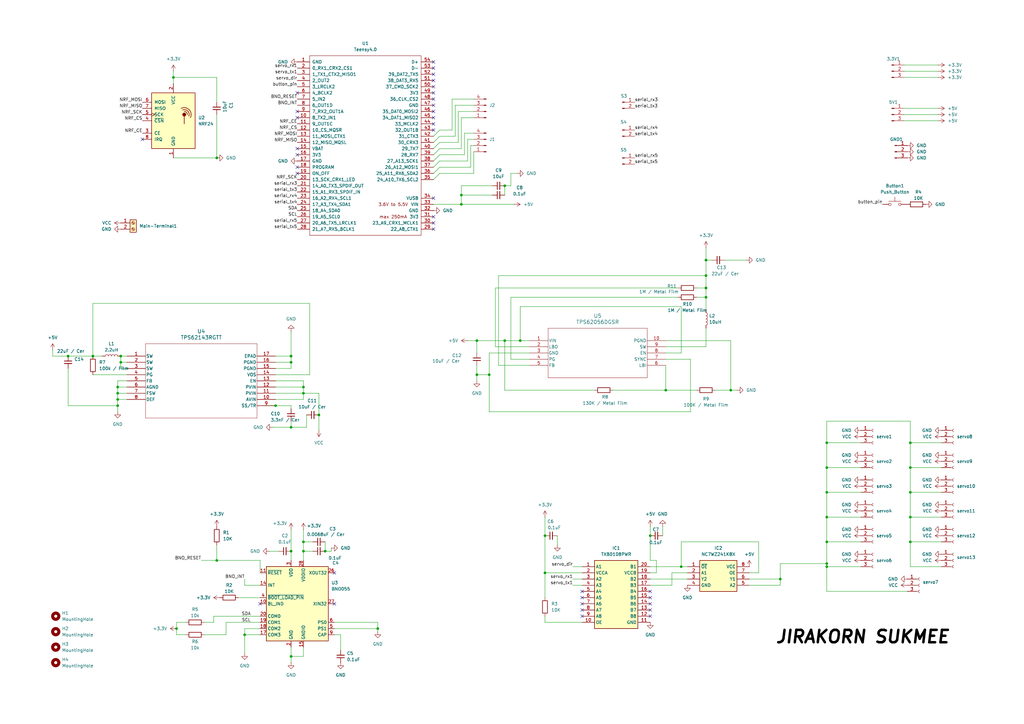
<source format=kicad_sch>
(kicad_sch (version 20231120) (generator "eeschema") (generator_version "8.0")
  (paper "A3")
  (title_block (title "Teensy 4.0 Hexapod Controller") (date "2024-12-27") (rev "V0.1") (company "Jirakorn Sukmee"))
  (junction (at 119.38 148.59))
  (junction (at 279.4 232.41))
  (junction (at 189.23 83.82))
  (junction (at 339.09 222.25))
  (junction (at 373.38 191.77))
  (junction (at 339.09 231.14))
  (junction (at 289.56 113.03))
  (junction (at 207.01 139.7))
  (junction (at 289.56 106.68))
  (junction (at 320.04 237.49))
  (junction (at 213.36 139.7))
  (junction (at 27.94 146.05))
  (junction (at 339.09 181.61))
  (junction (at 339.09 201.93))
  (junction (at 266.7 219.71))
  (junction (at 130.81 170.18))
  (junction (at 49.53 148.59))
  (junction (at 223.52 219.71))
  (junction (at 48.26 166.37))
  (junction (at 124.46 222.25))
  (junction (at 49.53 146.05))
  (junction (at 124.46 161.29))
  (junction (at 88.9 229.87))
  (junction (at 133.35 226.06))
  (junction (at 189.23 80.01))
  (junction (at 195.58 153.67))
  (junction (at 113.03 166.37))
  (junction (at 200.66 153.67))
  (junction (at 119.38 269.24))
  (junction (at 373.38 222.25))
  (junction (at 289.56 121.92))
  (junction (at 71.12 31.75))
  (junction (at 119.38 175.26))
  (junction (at 38.1 146.05))
  (junction (at 207.01 76.2))
  (junction (at 373.38 201.93))
  (junction (at 373.38 181.61))
  (junction (at 289.56 118.11))
  (junction (at 124.46 226.06))
  (junction (at 124.46 158.75))
  (junction (at 339.09 212.09))
  (junction (at 100.33 260.35))
  (junction (at 299.72 160.02))
  (junction (at 339.09 191.77))
  (junction (at 48.26 161.29))
  (junction (at 48.26 158.75))
  (junction (at 48.26 163.83))
  (junction (at 119.38 146.05))
  (junction (at 373.38 212.09))
  (junction (at 273.05 160.02))
  (junction (at 88.9 64.77))
  (junction (at 223.52 234.95))
  (junction (at 119.38 226.06))
  (junction (at 339.09 232.41))
  (junction (at 195.58 139.7))
  (junction (at 72.39 257.81))
  (junction (at 154.94 257.81))
  (no_connect (at 137.16 247.65))
  (no_connect (at 266.7 242.57))
  (no_connect (at 106.68 247.65))
  (no_connect (at 266.7 247.65))
  (no_connect (at 121.92 48.26))
  (no_connect (at 177.8 91.44))
  (no_connect (at 121.92 60.96))
  (no_connect (at 177.8 88.9))
  (no_connect (at 177.8 38.1))
  (no_connect (at 177.8 50.8))
  (no_connect (at 266.7 250.19))
  (no_connect (at 58.42 57.15))
  (no_connect (at 121.92 63.5))
  (no_connect (at 177.8 27.94))
  (no_connect (at 238.76 247.65))
  (no_connect (at 177.8 30.48))
  (no_connect (at 238.76 245.11))
  (no_connect (at 177.8 48.26))
  (no_connect (at 177.8 93.98))
  (no_connect (at 177.8 45.72))
  (no_connect (at 177.8 25.4))
  (no_connect (at 137.16 234.95))
  (no_connect (at 177.8 35.56))
  (no_connect (at 121.92 38.1))
  (no_connect (at 177.8 81.28))
  (no_connect (at 238.76 250.19))
  (no_connect (at 266.7 252.73))
  (no_connect (at 238.76 252.73))
  (no_connect (at 121.92 68.58))
  (no_connect (at 121.92 45.72))
  (no_connect (at 177.8 33.02))
  (no_connect (at 121.92 71.12))
  (no_connect (at 177.8 40.64))
  (no_connect (at 177.8 43.18))
  (no_connect (at 266.7 245.11))
  (no_connect (at 177.8 53.34))
  (no_connect (at 238.76 242.57))
  (bus_entry (at 177.8 55.88) (size 2.54 -2.54))
  (bus_entry (at 177.8 58.42) (size 2.54 -2.54))
  (bus_entry (at 177.8 66.04) (size 2.54 -2.54))
  (bus_entry (at 177.8 60.96) (size 2.54 -2.54))
  (bus_entry (at 177.8 68.58) (size 2.54 -2.54))
  (bus_entry (at 177.8 73.66) (size 2.54 -2.54))
  (bus_entry (at 177.8 71.12) (size 2.54 -2.54))
  (bus_entry (at 177.8 63.5) (size 2.54 -2.54))
  (wire (pts (xy 195.58 153.67) (xy 195.58 156.21)))
  (wire (pts (xy 204.47 149.86) (xy 217.17 149.86)))
  (wire (pts (xy 271.78 215.9) (xy 271.78 219.71)))
  (wire (pts (xy 124.46 226.06) (xy 128.27 226.06)))
  (wire (pts (xy 209.55 71.12) (xy 212.09 71.12)))
  (wire (pts (xy 113.03 161.29) (xy 124.46 161.29)))
  (wire (pts (xy 289.56 121.92) (xy 289.56 127)))
  (wire (pts (xy 49.53 146.05) (xy 49.53 148.59)))
  (wire (pts (xy 339.09 242.57) (xy 372.11 242.57)))
  (wire (pts (xy 88.9 229.87) (xy 106.68 229.87)))
  (wire (pts (xy 289.56 134.62) (xy 289.56 142.24)))
  (wire (pts (xy 339.09 222.25) (xy 339.09 231.14)))
  (wire (pts (xy 384.81 29.21) (xy 370.84 29.21)))
  (wire (pts (xy 266.7 229.87) (xy 269.24 229.87)))
  (wire (pts (xy 111.76 175.26) (xy 119.38 175.26)))
  (wire (pts (xy 373.38 181.61) (xy 373.38 191.77)))
  (wire (pts (xy 213.36 125.73) (xy 279.4 125.73)))
  (wire (pts (xy 125.73 175.26) (xy 119.38 175.26)))
  (wire (pts (xy 52.07 161.29) (xy 48.26 161.29)))
  (wire (pts (xy 339.09 172.72) (xy 339.09 181.61)))
  (wire (pts (xy 119.38 166.37) (xy 119.38 167.64)))
  (wire (pts (xy 100.33 260.35) (xy 106.68 260.35)))
  (wire (pts (xy 299.72 139.7) (xy 299.72 160.02)))
  (wire (pts (xy 297.18 106.68) (xy 306.07 106.68)))
  (wire (pts (xy 106.68 257.81) (xy 100.33 257.81)))
  (wire (pts (xy 87.63 252.73) (xy 106.68 252.73)))
  (wire (pts (xy 154.94 255.27) (xy 154.94 257.81)))
  (wire (pts (xy 113.03 148.59) (xy 119.38 148.59)))
  (wire (pts (xy 119.38 148.59) (xy 119.38 146.05)))
  (wire (pts (xy 100.33 257.81) (xy 100.33 260.35)))
  (wire (pts (xy 139.7 260.35) (xy 139.7 266.7)))
  (wire (pts (xy 195.58 149.86) (xy 195.58 153.67)))
  (wire (pts (xy 49.53 148.59) (xy 49.53 151.13)))
  (wire (pts (xy 52.07 163.83) (xy 48.26 163.83)))
  (wire (pts (xy 279.4 222.25) (xy 311.15 222.25)))
  (wire (pts (xy 124.46 222.25) (xy 124.46 226.06)))
  (wire (pts (xy 266.7 232.41) (xy 279.4 232.41)))
  (wire (pts (xy 52.07 156.21) (xy 48.26 156.21)))
  (wire (pts (xy 273.05 160.02) (xy 285.75 160.02)))
  (wire (pts (xy 353.06 212.09) (xy 339.09 212.09)))
  (wire (pts (xy 189.23 83.82) (xy 210.82 83.82)))
  (wire (pts (xy 339.09 181.61) (xy 339.09 191.77)))
  (wire (pts (xy 72.39 257.81) (xy 72.39 255.27)))
  (wire (pts (xy 113.03 146.05) (xy 119.38 146.05)))
  (wire (pts (xy 191.77 139.7) (xy 195.58 139.7)))
  (wire (pts (xy 279.4 125.73) (xy 279.4 144.78)))
  (wire (pts (xy 384.81 31.75) (xy 370.84 31.75)))
  (wire (pts (xy 48.26 158.75) (xy 48.26 161.29)))
  (wire (pts (xy 113.03 156.21) (xy 124.46 156.21)))
  (wire (pts (xy 213.36 139.7) (xy 217.17 139.7)))
  (wire (pts (xy 373.38 191.77) (xy 373.38 201.93)))
  (wire (pts (xy 38.1 146.05) (xy 41.91 146.05)))
  (wire (pts (xy 266.7 215.9) (xy 266.7 219.71)))
  (wire (pts (xy 135.89 226.06) (xy 135.89 224.79)))
  (wire (pts (xy 191.77 66.04) (xy 191.77 57.15)))
  (wire (pts (xy 38.1 124.46) (xy 38.1 146.05)))
  (wire (pts (xy 384.81 46.99) (xy 370.84 46.99)))
  (wire (pts (xy 307.34 237.49) (xy 320.04 237.49)))
  (wire (pts (xy 119.38 175.26) (xy 119.38 172.72)))
  (wire (pts (xy 119.38 269.24) (xy 119.38 271.78)))
  (wire (pts (xy 373.38 212.09) (xy 373.38 222.25)))
  (wire (pts (xy 339.09 231.14) (xy 339.09 232.41)))
  (wire (pts (xy 88.9 64.77) (xy 71.12 64.77)))
  (wire (pts (xy 119.38 146.05) (xy 119.38 135.89)))
  (wire (pts (xy 97.79 245.11) (xy 106.68 245.11)))
  (wire (pts (xy 82.55 229.87) (xy 88.9 229.87)))
  (wire (pts (xy 130.81 170.18) (xy 130.81 161.29)))
  (wire (pts (xy 283.21 147.32) (xy 273.05 147.32)))
  (wire (pts (xy 119.38 265.43) (xy 119.38 269.24)))
  (wire (pts (xy 289.56 101.6) (xy 289.56 106.68)))
  (wire (pts (xy 373.38 222.25) (xy 386.08 222.25)))
  (wire (pts (xy 185.42 53.34) (xy 185.42 40.64)))
  (wire (pts (xy 154.94 257.81) (xy 154.94 259.08)))
  (wire (pts (xy 180.34 58.42) (xy 187.96 58.42)))
  (wire (pts (xy 137.16 260.35) (xy 139.7 260.35)))
  (wire (pts (xy 234.95 237.49) (xy 238.76 237.49)))
  (wire (pts (xy 27.94 166.37) (xy 48.26 166.37)))
  (wire (pts (xy 207.01 76.2) (xy 209.55 76.2)))
  (wire (pts (xy 124.46 269.24) (xy 119.38 269.24)))
  (wire (pts (xy 100.33 240.03) (xy 106.68 240.03)))
  (wire (pts (xy 373.38 172.72) (xy 373.38 181.61)))
  (wire (pts (xy 266.7 219.71) (xy 266.7 229.87)))
  (wire (pts (xy 285.75 121.92) (xy 289.56 121.92)))
  (wire (pts (xy 124.46 265.43) (xy 124.46 269.24)))
  (wire (pts (xy 223.52 245.11) (xy 223.52 234.95)))
  (wire (pts (xy 71.12 31.75) (xy 88.9 31.75)))
  (wire (pts (xy 88.9 31.75) (xy 88.9 41.91)))
  (wire (pts (xy 339.09 191.77) (xy 339.09 201.93)))
  (wire (pts (xy 339.09 232.41) (xy 353.06 232.41)))
  (wire (pts (xy 119.38 226.06) (xy 119.38 229.87)))
  (wire (pts (xy 203.2 118.11) (xy 278.13 118.11)))
  (wire (pts (xy 209.55 121.92) (xy 278.13 121.92)))
  (wire (pts (xy 200.66 153.67) (xy 200.66 144.78)))
  (wire (pts (xy 110.49 226.06) (xy 114.3 226.06)))
  (wire (pts (xy 283.21 168.91) (xy 283.21 147.32)))
  (wire (pts (xy 130.81 170.18) (xy 130.81 176.53)))
  (wire (pts (xy 113.03 158.75) (xy 124.46 158.75)))
  (wire (pts (xy 339.09 172.72) (xy 373.38 172.72)))
  (wire (pts (xy 21.59 143.51) (xy 21.59 146.05)))
  (wire (pts (xy 92.71 260.35) (xy 92.71 255.27)))
  (wire (pts (xy 38.1 124.46) (xy 127 124.46)))
  (wire (pts (xy 180.34 53.34) (xy 185.42 53.34)))
  (wire (pts (xy 384.81 49.53) (xy 370.84 49.53)))
  (wire (pts (xy 113.03 163.83) (xy 124.46 163.83)))
  (wire (pts (xy 190.5 63.5) (xy 190.5 54.61)))
  (wire (pts (xy 285.75 118.11) (xy 289.56 118.11)))
  (wire (pts (xy 113.03 151.13) (xy 119.38 151.13)))
  (wire (pts (xy 106.68 229.87) (xy 106.68 234.95)))
  (wire (pts (xy 185.42 40.64) (xy 194.31 40.64)))
  (wire (pts (xy 339.09 201.93) (xy 339.09 212.09)))
  (wire (pts (xy 275.59 240.03) (xy 275.59 234.95)))
  (wire (pts (xy 299.72 160.02) (xy 302.26 160.02)))
  (wire (pts (xy 200.66 168.91) (xy 283.21 168.91)))
  (wire (pts (xy 339.09 232.41) (xy 339.09 242.57)))
  (wire (pts (xy 187.96 45.72) (xy 194.31 45.72)))
  (wire (pts (xy 273.05 160.02) (xy 273.05 149.86)))
  (wire (pts (xy 137.16 255.27) (xy 154.94 255.27)))
  (wire (pts (xy 266.7 237.49) (xy 281.94 237.49)))
  (wire (pts (xy 88.9 46.99) (xy 88.9 64.77)))
  (wire (pts (xy 213.36 139.7) (xy 213.36 125.73)))
  (wire (pts (xy 195.58 139.7) (xy 207.01 139.7)))
  (wire (pts (xy 100.33 237.49) (xy 100.33 240.03)))
  (wire (pts (xy 124.46 217.17) (xy 124.46 222.25)))
  (wire (pts (xy 207.01 76.2) (xy 207.01 80.01)))
  (wire (pts (xy 373.38 222.25) (xy 373.38 232.41)))
  (wire (pts (xy 87.63 255.27) (xy 87.63 252.73)))
  (wire (pts (xy 107.95 166.37) (xy 113.03 166.37)))
  (wire (pts (xy 217.17 147.32) (xy 209.55 147.32)))
  (wire (pts (xy 137.16 257.81) (xy 154.94 257.81)))
  (wire (pts (xy 83.82 255.27) (xy 87.63 255.27)))
  (wire (pts (xy 201.93 80.01) (xy 189.23 80.01)))
  (wire (pts (xy 49.53 151.13) (xy 52.07 151.13)))
  (wire (pts (xy 113.03 153.67) (xy 127 153.67)))
  (wire (pts (xy 243.84 160.02) (xy 207.01 160.02)))
  (wire (pts (xy 180.34 60.96) (xy 189.23 60.96)))
  (wire (pts (xy 223.52 255.27) (xy 238.76 255.27)))
  (wire (pts (xy 279.4 232.41) (xy 279.4 222.25)))
  (wire (pts (xy 190.5 54.61) (xy 194.31 54.61)))
  (wire (pts (xy 180.34 68.58) (xy 193.04 68.58)))
  (wire (pts (xy 339.09 212.09) (xy 339.09 222.25)))
  (wire (pts (xy 48.26 163.83) (xy 48.26 166.37)))
  (wire (pts (xy 269.24 229.87) (xy 269.24 234.95)))
  (wire (pts (xy 266.7 240.03) (xy 275.59 240.03)))
  (wire (pts (xy 49.53 146.05) (xy 52.07 146.05)))
  (wire (pts (xy 234.95 232.41) (xy 238.76 232.41)))
  (wire (pts (xy 293.37 160.02) (xy 299.72 160.02)))
  (wire (pts (xy 72.39 257.81) (xy 72.39 260.35)))
  (wire (pts (xy 124.46 156.21) (xy 124.46 158.75)))
  (wire (pts (xy 180.34 63.5) (xy 190.5 63.5)))
  (wire (pts (xy 339.09 201.93) (xy 353.06 201.93)))
  (wire (pts (xy 203.2 142.24) (xy 203.2 118.11)))
  (wire (pts (xy 273.05 139.7) (xy 299.72 139.7)))
  (wire (pts (xy 339.09 191.77) (xy 353.06 191.77)))
  (wire (pts (xy 223.52 234.95) (xy 238.76 234.95)))
  (wire (pts (xy 223.52 252.73) (xy 223.52 255.27)))
  (wire (pts (xy 320.04 240.03) (xy 320.04 237.49)))
  (wire (pts (xy 177.8 83.82) (xy 189.23 83.82)))
  (wire (pts (xy 228.6 219.71) (xy 228.6 223.52)))
  (wire (pts (xy 189.23 60.96) (xy 189.23 48.26)))
  (wire (pts (xy 92.71 255.27) (xy 106.68 255.27)))
  (wire (pts (xy 124.46 222.25) (xy 128.27 222.25)))
  (wire (pts (xy 48.26 166.37) (xy 48.26 168.91)))
  (wire (pts (xy 72.39 260.35) (xy 76.2 260.35)))
  (wire (pts (xy 100.33 260.35) (xy 100.33 267.97)))
  (wire (pts (xy 189.23 80.01) (xy 189.23 83.82)))
  (wire (pts (xy 320.04 231.14) (xy 320.04 237.49)))
  (wire (pts (xy 384.81 26.67) (xy 370.84 26.67)))
  (wire (pts (xy 269.24 234.95) (xy 266.7 234.95)))
  (wire (pts (xy 223.52 212.09) (xy 223.52 219.71)))
  (wire (pts (xy 384.81 44.45) (xy 370.84 44.45)))
  (wire (pts (xy 27.94 151.13) (xy 27.94 166.37)))
  (wire (pts (xy 119.38 166.37) (xy 113.03 166.37)))
  (wire (pts (xy 373.38 201.93) (xy 373.38 212.09)))
  (wire (pts (xy 311.15 222.25) (xy 311.15 234.95)))
  (wire (pts (xy 187.96 58.42) (xy 187.96 45.72)))
  (wire (pts (xy 195.58 139.7) (xy 195.58 144.78)))
  (wire (pts (xy 207.01 160.02) (xy 207.01 139.7)))
  (wire (pts (xy 48.26 156.21) (xy 48.26 158.75)))
  (wire (pts (xy 292.1 106.68) (xy 289.56 106.68)))
  (wire (pts (xy 186.69 55.88) (xy 186.69 43.18)))
  (wire (pts (xy 279.4 232.41) (xy 281.94 232.41)))
  (wire (pts (xy 189.23 76.2) (xy 189.23 80.01)))
  (wire (pts (xy 194.31 71.12) (xy 180.34 71.12)))
  (wire (pts (xy 209.55 147.32) (xy 209.55 121.92)))
  (wire (pts (xy 189.23 48.26) (xy 194.31 48.26)))
  (wire (pts (xy 83.82 260.35) (xy 92.71 260.35)))
  (wire (pts (xy 195.58 153.67) (xy 200.66 153.67)))
  (wire (pts (xy 251.46 160.02) (xy 273.05 160.02)))
  (wire (pts (xy 180.34 55.88) (xy 186.69 55.88)))
  (wire (pts (xy 204.47 113.03) (xy 289.56 113.03)))
  (wire (pts (xy 289.56 113.03) (xy 289.56 118.11)))
  (wire (pts (xy 200.66 144.78) (xy 217.17 144.78)))
  (wire (pts (xy 279.4 144.78) (xy 273.05 144.78)))
  (wire (pts (xy 133.35 226.06) (xy 135.89 226.06)))
  (wire (pts (xy 223.52 219.71) (xy 223.52 234.95)))
  (wire (pts (xy 119.38 217.17) (xy 119.38 226.06)))
  (wire (pts (xy 339.09 222.25) (xy 353.06 222.25)))
  (wire (pts (xy 200.66 153.67) (xy 200.66 168.91)))
  (wire (pts (xy 209.55 76.2) (xy 209.55 71.12)))
  (wire (pts (xy 48.26 161.29) (xy 48.26 163.83)))
  (wire (pts (xy 311.15 234.95) (xy 307.34 234.95)))
  (wire (pts (xy 307.34 240.03) (xy 320.04 240.03)))
  (wire (pts (xy 373.38 191.77) (xy 386.08 191.77)))
  (wire (pts (xy 193.04 59.69) (xy 194.31 59.69)))
  (wire (pts (xy 217.17 142.24) (xy 203.2 142.24)))
  (wire (pts (xy 189.23 76.2) (xy 201.93 76.2)))
  (wire (pts (xy 339.09 181.61) (xy 353.06 181.61)))
  (wire (pts (xy 234.95 240.03) (xy 238.76 240.03)))
  (wire (pts (xy 289.56 106.68) (xy 289.56 113.03)))
  (wire (pts (xy 72.39 255.27) (xy 76.2 255.27)))
  (wire (pts (xy 275.59 234.95) (xy 281.94 234.95)))
  (wire (pts (xy 125.73 170.18) (xy 125.73 175.26)))
  (wire (pts (xy 133.35 222.25) (xy 133.35 226.06)))
  (wire (pts (xy 127 153.67) (xy 127 124.46)))
  (wire (pts (xy 71.12 29.21) (xy 71.12 31.75)))
  (wire (pts (xy 38.1 153.67) (xy 52.07 153.67)))
  (wire (pts (xy 124.46 161.29) (xy 124.46 163.83)))
  (wire (pts (xy 88.9 223.52) (xy 88.9 229.87)))
  (wire (pts (xy 373.38 232.41) (xy 386.08 232.41)))
  (wire (pts (xy 124.46 226.06) (xy 124.46 229.87)))
  (wire (pts (xy 186.69 43.18) (xy 194.31 43.18)))
  (wire (pts (xy 289.56 118.11) (xy 289.56 121.92)))
  (wire (pts (xy 194.31 62.23) (xy 194.31 71.12)))
  (wire (pts (xy 273.05 142.24) (xy 289.56 142.24)))
  (wire (pts (xy 373.38 201.93) (xy 386.08 201.93)))
  (wire (pts (xy 191.77 57.15) (xy 194.31 57.15)))
  (wire (pts (xy 373.38 181.61) (xy 386.08 181.61)))
  (wire (pts (xy 27.94 146.05) (xy 38.1 146.05)))
  (wire (pts (xy 204.47 149.86) (xy 204.47 113.03)))
  (wire (pts (xy 49.53 148.59) (xy 52.07 148.59)))
  (wire (pts (xy 71.12 31.75) (xy 71.12 34.29)))
  (wire (pts (xy 180.34 66.04) (xy 191.77 66.04)))
  (wire (pts (xy 373.38 212.09) (xy 386.08 212.09)))
  (wire (pts (xy 320.04 231.14) (xy 339.09 231.14)))
  (wire (pts (xy 193.04 68.58) (xy 193.04 59.69)))
  (wire (pts (xy 52.07 158.75) (xy 48.26 158.75)))
  (wire (pts (xy 130.81 161.29) (xy 124.46 161.29)))
  (wire (pts (xy 21.59 146.05) (xy 27.94 146.05)))
  (wire (pts (xy 207.01 139.7) (xy 213.36 139.7)))
  (wire (pts (xy 119.38 151.13) (xy 119.38 148.59)))
  (wire (pts (xy 124.46 158.75) (xy 124.46 161.29)))
  (text "JIRAKORN SUKMEE" (at 353.822 261.366 0) (effects (font (size 5.08 5.08) (thickness 1.016) (bold yes) (italic yes))))
  (label "BNO_RESET" (at 121.92 40.64 180))
  (label "serial_rx3" (at 260.35 41.91 0))
  (label "button_pin" (at 121.92 35.56 180))
  (label "BNO_RESET" (at 82.55 229.87 180))
  (label "serial_rx4" (at 121.92 81.28 180))
  (label "button_pin" (at 361.95 83.82 180))
  (label "serial_rx3" (at 121.92 76.2 180))
  (label "serial_tx4" (at 260.35 55.88 0))
  (label "SCL" (at 121.92 88.9 180))
  (label "serial_rx5" (at 260.35 64.77 0))
  (label "servo_tx1" (at 121.92 30.48 180))
  (label "NRF_SCK" (at 121.92 73.66 180))
  (label "NRF_CS" (at 58.42 49.53 180))
  (label "SDA" (at 121.92 86.36 180))
  (label "SDA" (at 102.87 252.73 180))
  (label "serial_tx5" (at 121.92 93.98 180))
  (label "NRF_MOSI" (at 121.92 55.88 180))
  (label "NRF_CE" (at 121.92 50.8 180))
  (label "serial_tx4" (at 121.92 83.82 180))
  (label "serial_tx3" (at 121.92 78.74 180))
  (label "servo_rx1" (at 234.95 237.49 180))
  (label "servo_rx1" (at 121.92 27.94 180))
  (label "BNO_INT" (at 100.33 237.49 180))
  (label "NRF_CE" (at 58.42 54.61 180))
  (label "NRF_SCK" (at 58.42 46.99 180))
  (label "NRF_MOSI" (at 58.42 41.91 180))
  (label "servo_dir" (at 234.95 232.41 180))
  (label "serial_tx5" (at 260.35 67.31 0))
  (label "NRF_MISO" (at 121.92 58.42 180))
  (label "servo_tx1" (at 234.95 240.03 180))
  (label "serial_rx4" (at 260.35 53.34 0))
  (label "SCL" (at 102.87 255.27 180))
  (label "BNO_INT" (at 121.92 43.18 180))
  (label "NRF_CS" (at 121.92 53.34 180))
  (label "servo_dir" (at 121.92 33.02 180))
  (label "serial_tx3" (at 260.35 44.45 0))
  (label "NRF_MISO" (at 58.42 44.45 180))
  (label "serial_rx5" (at 121.92 91.44 180))
  (symbol (lib_id "Device:R") (at 247.65 160.02 90) (unit 1)
    (property "Reference" "R8" (at 248.158 162.814 90))
    (property "Value" "130K / Metal Film" (at 248.158 165.354 90))
    (property "Footprint" "Resistor_SMD:R_0402_1005Metric_Pad0.72x0.64mm_HandSolder" (effects (hide yes)))
    (property "Description" "Resistor" (effects (hide yes)))
  )
  (symbol (lib_id "power:+3.3V") (at 384.81 29.21 270) (unit 1)
    (property "Reference" "#PWR056" (effects (hide yes)))
    (property "Value" "+3.3V" (at 388.62 29.2099 90) (effects (justify left)))
    (property "Description" "Power symbol creates a global label with name \"+3.3V\"" (effects (hide yes)))
  )
  (symbol (lib_id "Mechanical:MountingHole") (at 22.86 265.43 0) (unit 1) (exclude_from_sim yes) (in_bom no)
    (property "Reference" "H3" (at 25.4 264.1599 0) (effects (justify left)))
    (property "Value" "MountingHole" (at 25.4 266.6999 0) (effects (justify left)))
    (property "Footprint" "MountingHole:MountingHole_3.2mm_M3" (effects (hide yes)))
    (property "Description" "Mounting Hole without connection" (effects (hide yes)))
  )
  (symbol (lib_id "power:GND") (at 281.94 240.03 0) (unit 1)
    (property "Reference" "#PWR052" (effects (hide yes)))
    (property "Value" "GND" (at 281.94 245.11 0))
    (property "Description" "Power symbol creates a global label with name \"GND\" , ground" (effects (hide yes)))
  )
  (symbol (lib_id "power:VCC") (at 372.11 240.03 90) (unit 1)
    (property "Reference" "#PWR032" (effects (hide yes)))
    (property "Value" "VCC" (at 368.3 240.0299 90) (effects (justify left)))
    (property "Description" "Power symbol creates a global label with name \"VCC\"" (effects (hide yes)))
  )
  (symbol (lib_id "Connector:Conn_01x04_Pin") (at 199.39 45.72 180) (unit 1)
    (property "Reference" "J2" (at 200.66 43.1799 0) (effects (justify right)))
    (property "Value" "Conn_01x04_Pin" (effects (hide yes)))
    (property "Footprint" "Connector_PinHeader_2.54mm:PinHeader_1x04_P2.54mm_Vertical" (effects (hide yes)))
    (property "Description" "Generic connector, single row, 01x04, script generated" (effects (hide yes)))
  )
  (symbol (lib_id "power:GND") (at 386.08 186.69 270) (unit 1)
    (property "Reference" "#PWR035" (effects (hide yes)))
    (property "Value" "GND" (at 382.27 186.6899 90) (effects (justify right)))
    (property "Description" "Power symbol creates a global label with name \"GND\" , ground" (effects (hide yes)))
  )
  (symbol (lib_id "power:GND") (at 100.33 267.97 0) (unit 1)
    (property "Reference" "#PWR05" (effects (hide yes)))
    (property "Value" "GND" (at 100.33 273.05 0))
    (property "Description" "Power symbol creates a global label with name \"GND\" , ground" (effects (hide yes)))
  )
  (symbol (lib_id "Device:C_Small") (at 128.27 170.18 90) (unit 1)
    (property "Reference" "C11" (at 128.016 164.338 90))
    (property "Value" "10uF / Cer" (at 128.016 166.878 90))
    (property "Footprint" "Capacitor_SMD:C_0402_1005Metric_Pad0.74x0.62mm_HandSolder" (effects (hide yes)))
    (property "Description" "Unpolarized capacitor, small symbol" (effects (hide yes)))
  )
  (symbol (lib_id "power:GND") (at 353.06 186.69 270) (unit 1)
    (property "Reference" "#PWR021" (effects (hide yes)))
    (property "Value" "GND" (at 349.25 186.6899 90) (effects (justify right)))
    (property "Description" "Power symbol creates a global label with name \"GND\" , ground" (effects (hide yes)))
  )
  (symbol (lib_id "Connector:Conn_01x02_Pin") (at 255.27 64.77 0) (unit 1)
    (property "Reference" "S5" (at 255.778 61.468 0))
    (property "Value" "CAN_SERIAL3" (effects (hide yes)))
    (property "Footprint" "Connector_PinHeader_2.54mm:PinHeader_1x02_P2.54mm_Vertical" (effects (hide yes)))
    (property "Description" "Generic connector, single row, 01x02, script generated" (effects (hide yes)))
  )
  (symbol (lib_id "power:VCC") (at 386.08 229.87 90) (unit 1)
    (property "Reference" "#PWR044" (effects (hide yes)))
    (property "Value" "VCC" (at 382.27 229.8699 90) (effects (justify left)))
    (property "Description" "Power symbol creates a global label with name \"VCC\"" (effects (hide yes)))
  )
  (symbol (lib_id "Connector:Conn_01x03_Pin") (at 367.03 62.23 0) (unit 1)
    (property "Reference" "GND1" (at 367.665 57.15 0))
    (property "Value" "Conn_01x03_Pin" (effects (hide yes)))
    (property "Footprint" "Connector_PinHeader_2.54mm:PinHeader_1x03_P2.54mm_Vertical" (effects (hide yes)))
    (property "Description" "Generic connector, single row, 01x03, script generated" (effects (hide yes)))
  )
  (symbol (lib_id "power:GND") (at 110.49 226.06 270) (unit 1)
    (property "Reference" "#PWR06" (effects (hide yes)))
    (property "Value" "GND" (at 106.68 226.0599 90) (effects (justify right)))
    (property "Description" "Power symbol creates a global label with name \"GND\" , ground" (effects (hide yes)))
  )
  (symbol (lib_id "power:VCC") (at 386.08 219.71 90) (unit 1)
    (property "Reference" "#PWR042" (effects (hide yes)))
    (property "Value" "VCC" (at 382.27 219.7099 90) (effects (justify left)))
    (property "Description" "Power symbol creates a global label with name \"VCC\"" (effects (hide yes)))
  )
  (symbol (lib_id "power:+5V") (at 384.81 44.45 270) (unit 1)
    (property "Reference" "#PWR058" (effects (hide yes)))
    (property "Value" "+5V" (at 388.62 44.4499 90) (effects (justify left)))
    (property "Description" "Power symbol creates a global label with name \"+5V\"" (effects (hide yes)))
  )
  (symbol (lib_id "Connector:Conn_01x03_Socket") (at 377.19 240.03 0) (unit 1)
    (property "Reference" "servo7" (at 378.46 238.7599 0) (effects (justify left)))
    (property "Value" "Conn_01x03_Socket" (effects (hide yes)))
    (property "Footprint" "Connector_JST:JST_PH_B3B-PH-K_1x03_P2.00mm_Vertical" (effects (hide yes)))
    (property "Description" "Generic connector, single row, 01x03, script generated" (effects (hide yes)))
  )
  (symbol (lib_id "Connector:Conn_01x02_Pin") (at 255.27 41.91 0) (unit 1)
    (property "Reference" "S3" (at 255.905 39.37 0))
    (property "Value" "SERIAL7" (effects (hide yes)))
    (property "Footprint" "Connector_PinHeader_2.54mm:PinHeader_1x02_P2.54mm_Vertical" (effects (hide yes)))
    (property "Description" "Generic connector, single row, 01x02, script generated" (effects (hide yes)))
  )
  (symbol (lib_id "power:VCC") (at 49.53 91.44 90) (unit 1)
    (property "Reference" "#PWR045" (effects (hide yes)))
    (property "Value" "VCC" (at 45.72 91.4399 90) (effects (justify left)))
    (property "Description" "Power symbol creates a global label with name \"VCC\"" (effects (hide yes)))
  )
  (symbol (lib_id "power:GND") (at 121.92 25.4 270) (unit 1)
    (property "Reference" "#PWR068" (effects (hide yes)))
    (property "Value" "GND" (at 118.11 25.3999 90) (effects (justify right)))
    (property "Description" "Power symbol creates a global label with name \"GND\" , ground" (effects (hide yes)))
  )
  (symbol (lib_id "Connector:Conn_01x04_Pin") (at 199.39 59.69 180) (unit 1)
    (property "Reference" "J1" (at 200.66 57.1499 0) (effects (justify right)))
    (property "Value" "Conn_01x04_Pin" (effects (hide yes)))
    (property "Footprint" "Connector_PinHeader_2.54mm:PinHeader_1x04_P2.54mm_Vertical" (effects (hide yes)))
    (property "Description" "Generic connector, single row, 01x04, script generated" (effects (hide yes)))
  )
  (symbol (lib_id "power:+3.3V") (at 71.12 29.21 0) (unit 1)
    (property "Reference" "#PWR01" (effects (hide yes)))
    (property "Value" "+3.3V" (at 71.12 24.13 0))
    (property "Description" "Power symbol creates a global label with name \"+3.3V\"" (effects (hide yes)))
  )
  (symbol (lib_id "power:GND") (at 266.7 255.27 0) (unit 1)
    (property "Reference" "#PWR050" (effects (hide yes)))
    (property "Value" "GND" (at 266.7 260.35 0))
    (property "Description" "Power symbol creates a global label with name \"GND\" , ground" (effects (hide yes)))
  )
  (symbol (lib_id "power:GND") (at 353.06 196.85 270) (unit 1)
    (property "Reference" "#PWR023" (effects (hide yes)))
    (property "Value" "GND" (at 349.25 196.8499 90) (effects (justify right)))
    (property "Description" "Power symbol creates a global label with name \"GND\" , ground" (effects (hide yes)))
  )
  (symbol (lib_id "Device:R") (at 289.56 160.02 90) (unit 1)
    (property "Reference" "R9" (at 289.56 163.576 90))
    (property "Value" "100K / Metal Film" (at 289.56 166.116 90))
    (property "Footprint" "Resistor_SMD:R_0402_1005Metric_Pad0.72x0.64mm_HandSolder" (effects (hide yes)))
    (property "Description" "Resistor" (effects (hide yes)))
  )
  (symbol (lib_id "power:GND") (at 154.94 259.08 0) (unit 1)
    (property "Reference" "#PWR012" (effects (hide yes)))
    (property "Value" "GND" (at 154.94 264.16 0))
    (property "Description" "Power symbol creates a global label with name \"GND\" , ground" (effects (hide yes)))
  )
  (symbol (lib_id "power:GND") (at 135.89 224.79 90) (unit 1)
    (property "Reference" "#PWR010" (effects (hide yes)))
    (property "Value" "GND" (at 139.7 224.7899 90) (effects (justify right)))
    (property "Description" "Power symbol creates a global label with name \"GND\" , ground" (effects (hide yes)))
  )
  (symbol (lib_id "Device:R") (at 281.94 121.92 90) (unit 1)
    (property "Reference" "R10" (at 281.94 124.714 90))
    (property "Value" "1M / Metal Film" (at 281.94 127.254 90))
    (property "Footprint" "Resistor_SMD:R_0603_1608Metric_Pad0.98x0.95mm_HandSolder" (effects (hide yes)))
    (property "Description" "Resistor" (effects (hide yes)))
  )
  (symbol (lib_id "Connector:Conn_01x03_Socket") (at 358.14 199.39 0) (unit 1)
    (property "Reference" "servo3" (at 359.41 199.3899 0) (effects (justify left)))
    (property "Value" "Conn_01x03_Socket" (effects (hide yes)))
    (property "Footprint" "Connector_JST:JST_PH_B3B-PH-K_1x03_P2.00mm_Vertical" (effects (hide yes)))
    (property "Description" "Generic connector, single row, 01x03, script generated" (effects (hide yes)))
  )
  (symbol (lib_id "power:GND") (at 353.06 227.33 270) (unit 1)
    (property "Reference" "#PWR029" (effects (hide yes)))
    (property "Value" "GND" (at 349.25 227.3299 90) (effects (justify right)))
    (property "Description" "Power symbol creates a global label with name \"GND\" , ground" (effects (hide yes)))
  )
  (symbol (lib_id "Connector:Conn_01x03_Socket") (at 358.14 179.07 0) (unit 1)
    (property "Reference" "servo1" (at 359.41 179.0699 0) (effects (justify left)))
    (property "Value" "Conn_01x03_Socket" (effects (hide yes)))
    (property "Footprint" "Connector_JST:JST_PH_B3B-PH-K_1x03_P2.00mm_Vertical" (effects (hide yes)))
    (property "Description" "Generic connector, single row, 01x03, script generated" (effects (hide yes)))
  )
  (symbol (lib_id "power:VCC") (at 386.08 189.23 90) (unit 1)
    (property "Reference" "#PWR036" (effects (hide yes)))
    (property "Value" "VCC" (at 382.27 189.2299 90) (effects (justify left)))
    (property "Description" "Power symbol creates a global label with name \"VCC\"" (effects (hide yes)))
  )
  (symbol (lib_id "power:VCC") (at 353.06 209.55 90) (unit 1)
    (property "Reference" "#PWR026" (effects (hide yes)))
    (property "Value" "VCC" (at 349.25 209.5499 90) (effects (justify left)))
    (property "Description" "Power symbol creates a global label with name \"VCC\"" (effects (hide yes)))
  )
  (symbol (lib_id "power:GND") (at 372.11 59.69 90) (unit 1)
    (property "Reference" "#PWR061" (effects (hide yes)))
    (property "Value" "GND" (at 375.92 59.6899 90) (effects (justify right)))
    (property "Description" "Power symbol creates a global label with name \"GND\" , ground" (effects (hide yes)))
  )
  (symbol (lib_id "power:GND") (at 372.11 237.49 270) (unit 1)
    (property "Reference" "#PWR031" (effects (hide yes)))
    (property "Value" "GND" (at 368.3 237.4899 90) (effects (justify right)))
    (property "Description" "Power symbol creates a global label with name \"GND\" , ground" (effects (hide yes)))
  )
  (symbol (lib_id "power:+3.3V") (at 124.46 217.17 0) (unit 1)
    (property "Reference" "#PWR09" (effects (hide yes)))
    (property "Value" "+3.3V" (at 128.778 215.646 0))
    (property "Description" "Power symbol creates a global label with name \"+3.3V\"" (effects (hide yes)))
  )
  (symbol (lib_id "Connector:Conn_01x03_Pin") (at 365.76 46.99 0) (unit 1)
    (property "Reference" "5V1" (at 366.395 41.91 0))
    (property "Value" "Conn_01x03_Pin" (effects (hide yes)))
    (property "Footprint" "Connector_PinHeader_2.54mm:PinHeader_1x03_P2.54mm_Vertical" (effects (hide yes)))
    (property "Description" "Generic connector, single row, 01x03, script generated" (effects (hide yes)))
  )
  (symbol (lib_id "power:+5V") (at 307.34 232.41 0) (unit 1)
    (property "Reference" "#PWR053" (effects (hide yes)))
    (property "Value" "+5V" (at 307.34 227.33 0))
    (property "Description" "Power symbol creates a global label with name \"+5V\"" (effects (hide yes)))
  )
  (symbol (lib_id "power:GND") (at 177.8 86.36 90) (unit 1)
    (property "Reference" "#PWR065" (effects (hide yes)))
    (property "Value" "GND" (at 181.61 86.3599 90) (effects (justify right)))
    (property "Description" "Power symbol creates a global label with name \"GND\" , ground" (effects (hide yes)))
  )
  (symbol (lib_id "power:GND") (at 119.38 135.89 180) (unit 1)
    (property "Reference" "#PWR014" (effects (hide yes)))
    (property "Value" "GND" (at 119.38 130.81 0))
    (property "Description" "Power symbol creates a global label with name \"GND\" , ground" (effects (hide yes)))
  )
  (symbol (lib_id "power:GND") (at 386.08 176.53 270) (unit 1)
    (property "Reference" "#PWR033" (effects (hide yes)))
    (property "Value" "GND" (at 382.27 176.5299 90) (effects (justify right)))
    (property "Description" "Power symbol creates a global label with name \"GND\" , ground" (effects (hide yes)))
  )
  (symbol (lib_id "power:GND") (at 379.73 83.82 90) (unit 1)
    (property "Reference" "#PWR054" (effects (hide yes)))
    (property "Value" "GND" (at 383.54 83.8199 90) (effects (justify right)))
    (property "Description" "Power symbol creates a global label with name \"GND\" , ground" (effects (hide yes)))
  )
  (symbol (lib_id "power:GND") (at 88.9 64.77 90) (unit 1)
    (property "Reference" "#PWR02" (effects (hide yes)))
    (property "Value" "GND" (at 92.71 64.7699 90) (effects (justify right)))
    (property "Description" "Power symbol creates a global label with name \"GND\" , ground" (effects (hide yes)))
  )
  (symbol (lib_id "power:+5V") (at 210.82 83.82 270) (unit 1)
    (property "Reference" "#PWR064" (effects (hide yes)))
    (property "Value" "+5V" (at 214.63 83.8199 90) (effects (justify left)))
    (property "Description" "Power symbol creates a global label with name \"+5V\"" (effects (hide yes)))
  )
  (symbol (lib_id "Connector:Conn_01x03_Socket") (at 358.14 229.87 0) (unit 1)
    (property "Reference" "servo6" (at 359.41 229.8699 0) (effects (justify left)))
    (property "Value" "Conn_01x03_Socket" (effects (hide yes)))
    (property "Footprint" "Connector_JST:JST_PH_B3B-PH-K_1x03_P2.00mm_Vertical" (effects (hide yes)))
    (property "Description" "Generic connector, single row, 01x03, script generated" (effects (hide yes)))
  )
  (symbol (lib_id "Connector:Conn_01x03_Socket") (at 358.14 189.23 0) (unit 1)
    (property "Reference" "servo2" (at 359.41 189.2299 0) (effects (justify left)))
    (property "Value" "Conn_01x03_Socket" (effects (hide yes)))
    (property "Footprint" "Connector_JST:JST_PH_B3B-PH-K_1x03_P2.00mm_Vertical" (effects (hide yes)))
    (property "Description" "Generic connector, single row, 01x03, script generated" (effects (hide yes)))
  )
  (symbol (lib_id "Device:C_Small") (at 88.9 44.45 180) (unit 1)
    (property "Reference" "C1" (at 94.742 43.18 90))
    (property "Value" "10uF" (at 92.202 43.688 90))
    (property "Footprint" "Capacitor_SMD:C_1206_3216Metric_Pad1.33x1.80mm_HandSolder" (effects (hide yes)))
    (property "Description" "Unpolarized capacitor, small symbol" (effects (hide yes)))
  )
  (symbol (lib_id "power:+3.3V") (at 90.17 245.11 90) (unit 1)
    (property "Reference" "#PWR04" (effects (hide yes)))
    (property "Value" "+3.3V" (at 86.36 245.1099 90) (effects (justify left)))
    (property "Description" "Power symbol creates a global label with name \"+3.3V\"" (effects (hide yes)))
  )
  (symbol (lib_id "Device:C_Small") (at 130.81 226.06 90) (unit 1)
    (property "Reference" "C4" (at 137.668 230.886 90))
    (property "Value" "0.1uF" (at 137.414 228.854 90))
    (property "Footprint" "Capacitor_SMD:C_0402_1005Metric_Pad0.74x0.62mm_HandSolder" (effects (hide yes)))
    (property "Description" "Unpolarized capacitor, small symbol" (effects (hide yes)))
  )
  (symbol (lib_id "Device:L") (at 289.56 130.81 0) (unit 1)
    (property "Reference" "L2" (at 290.83 129.5399 0) (effects (justify left)))
    (property "Value" "10uH" (at 290.83 132.0799 0) (effects (justify left)))
    (property "Footprint" "Inductor_SMD:L_Coilcraft_XxL4030" (effects (hide yes)))
    (property "Description" "Inductor" (effects (hide yes)))
  )
  (symbol (lib_id "power:GND") (at 195.58 156.21 0) (unit 1)
    (property "Reference" "#PWR018" (effects (hide yes)))
    (property "Value" "GND" (at 195.58 161.29 0))
    (property "Description" "Power symbol creates a global label with name \"GND\" , ground" (effects (hide yes)))
  )
  (symbol (lib_id "Device:C_Small") (at 139.7 269.24 180) (unit 1)
    (property "Reference" "C5" (at 142.24 267.9635 0) (effects (justify right)))
    (property "Value" "0.1uF" (at 142.24 270.5035 0) (effects (justify right)))
    (property "Footprint" "Capacitor_SMD:C_1206_3216Metric_Pad1.33x1.80mm_HandSolder" (effects (hide yes)))
    (property "Description" "Unpolarized capacitor, small symbol" (effects (hide yes)))
  )
  (symbol (lib_id "Connector:Conn_01x03_Socket") (at 391.16 209.55 0) (unit 1)
    (property "Reference" "servo11" (at 392.43 209.5499 0) (effects (justify left)))
    (property "Value" "Conn_01x03_Socket" (effects (hide yes)))
    (property "Footprint" "Connector_JST:JST_PH_B3B-PH-K_1x03_P2.00mm_Vertical" (effects (hide yes)))
    (property "Description" "Generic connector, single row, 01x03, script generated" (effects (hide yes)))
  )
  (symbol (lib_id "TXB0108PWR:TXB0108PWR") (at 238.76 232.41 0) (unit 1)
    (property "Reference" "IC1" (at 252.73 224.79 0))
    (property "Value" "TXB0108PWR" (at 252.73 227.33 0))
    (property "Footprint" "SOP65P640X120-20N" (effects (hide yes)))
    (property "Datasheet" "http://www.ti.com/lit/ds/symlink/txb0108.pdf" (effects (hide yes)))
    (property "Description" "8-Bit Bidirectional Voltage-Level Shifter with Auto Direction Sensing and +/-15-kV ESD Protect" (effects (hide yes)))
    (property "Height" "1.2" (effects (hide yes)))
    (property "Mouser Part Number" "595-TXB0108PWR" (effects (hide yes)))
    (property "Mouser Price/Stock" "https://www.mouser.co.uk/ProductDetail/Texas-Instruments/TXB0108PWR?qs=oFXvjAmG9EgEUWGWzOVFCA%3D%3D" (effects (hide yes)))
    (property "Manufacturer_Name" "Texas Instruments" (effects (hide yes)))
    (property "Manufacturer_Part_Number" "TXB0108PWR" (effects (hide yes)))
  )
  (symbol (lib_id "power:VCC") (at 353.06 179.07 90) (unit 1)
    (property "Reference" "#PWR020" (effects (hide yes)))
    (property "Value" "VCC" (at 349.25 179.0699 90) (effects (justify left)))
    (property "Description" "Power symbol creates a global label with name \"VCC\"" (effects (hide yes)))
  )
  (symbol (lib_id "Device:C_Small") (at 269.24 219.71 90) (unit 1)
    (property "Reference" "C7" (at 268.986 217.17 90))
    (property "Value" "0.1uF" (at 268.986 222.504 90))
    (property "Footprint" "Capacitor_SMD:C_0402_1005Metric_Pad0.74x0.62mm_HandSolder" (effects (hide yes)))
    (property "Description" "Unpolarized capacitor, small symbol" (effects (hide yes)))
  )
  (symbol (lib_id "Device:C_Small") (at 27.94 148.59 0) (unit 1)
    (property "Reference" "C14" (at 30.48 147.3262 0) (effects (justify left)))
    (property "Value" "22uF / Cer" (at 23.368 144.018 0) (effects (justify left)))
    (property "Footprint" "Capacitor_SMD:C_0402_1005Metric_Pad0.74x0.62mm_HandSolder" (effects (hide yes)))
    (property "Description" "Unpolarized capacitor, small symbol" (effects (hide yes)))
  )
  (symbol (lib_id "2024-12-27_07-43-55:TPS62056DGSR") (at 217.17 139.7 0) (unit 1)
    (property "Reference" "U5" (at 245.11 129.54 0) (effects (font (size 1.524 1.524))))
    (property "Value" "TPS62056DGSR" (at 245.11 132.08 0) (effects (font (size 1.524 1.524))))
    (property "Footprint" "DGS10" (effects (hide yes)))
    (property "Datasheet" "TPS62056DGSR" (effects (hide yes)))
  )
  (symbol (lib_id "Connector:Conn_01x03_Socket") (at 391.16 179.07 0) (unit 1)
    (property "Reference" "servo8" (at 392.43 179.0699 0) (effects (justify left)))
    (property "Value" "Conn_01x03_Socket" (effects (hide yes)))
    (property "Footprint" "Connector_JST:JST_PH_B3B-PH-K_1x03_P2.00mm_Vertical" (effects (hide yes)))
    (property "Description" "Generic connector, single row, 01x03, script generated" (effects (hide yes)))
  )
  (symbol (lib_id "NC7WZ241K8X:NC7WZ241K8X") (at 281.94 232.41 0) (unit 1)
    (property "Reference" "IC2" (at 294.64 224.79 0))
    (property "Value" "NC7WZ241K8X" (at 294.64 227.33 0))
    (property "Footprint" "SOP50P310X90-8N" (effects (hide yes)))
    (property "Datasheet" "https://componentsearchengine.com/Datasheets/2/NC7WZ241K8X.pdf" (effects (hide yes)))
    (property "Description" "Buffers & Line Drivers Dual Buffer with 3-STATE Output" (effects (hide yes)))
    (property "Height" "0.9" (effects (hide yes)))
    (property "Mouser Part Number" "512-NC7WZ241K8X" (effects (hide yes)))
    (property "Mouser Price/Stock" "https://www.mouser.co.uk/ProductDetail/ON-Semiconductor-Fairchild/NC7WZ241K8X?qs=MA%252B40jw2YMo9oG31N%252Bvd7A%3D%3D" (effects (hide yes)))
    (property "Manufacturer_Name" "onsemi" (effects (hide yes)))
    (property "Manufacturer_Part_Number" "NC7WZ241K8X" (effects (hide yes)))
  )
  (symbol (lib_id "RF:NRF24L01_Breakout") (at 71.12 49.53 0) (unit 1)
    (property "Reference" "U2" (at 81.28 48.2599 0) (effects (justify left)))
    (property "Value" "NRF24" (at 81.28 50.7999 0) (effects (justify left)))
    (property "Footprint" "RF_Module:nRF24L01_Breakout" (effects (hide yes)))
    (property "Datasheet" "http://www.nordicsemi.com/eng/content/download/2730/34105/file/nRF24L01_Product_Specification_v2_0.pdf" (effects (hide yes)))
    (property "Description" "Ultra low power 2.4GHz RF Transceiver, Carrier PCB" (effects (hide yes)))
  )
  (symbol (lib_id "power:VCC") (at 386.08 179.07 90) (unit 1)
    (property "Reference" "#PWR034" (effects (hide yes)))
    (property "Value" "VCC" (at 382.27 179.0699 90) (effects (justify left)))
    (property "Description" "Power symbol creates a global label with name \"VCC\"" (effects (hide yes)))
  )
  (symbol (lib_id "Mechanical:MountingHole") (at 22.86 252.73 0) (unit 1) (exclude_from_sim yes) (in_bom no)
    (property "Reference" "H1" (at 25.4 251.4599 0) (effects (justify left)))
    (property "Value" "MountingHole" (at 25.4 253.9999 0) (effects (justify left)))
    (property "Footprint" "MountingHole:MountingHole_3.2mm_M3" (effects (hide yes)))
    (property "Description" "Mounting Hole without connection" (effects (hide yes)))
  )
  (symbol (lib_id "power:GND") (at 386.08 227.33 270) (unit 1)
    (property "Reference" "#PWR043" (effects (hide yes)))
    (property "Value" "GND" (at 382.27 227.3299 90) (effects (justify right)))
    (property "Description" "Power symbol creates a global label with name \"GND\" , ground" (effects (hide yes)))
  )
  (symbol (lib_id "Device:C_Small") (at 119.38 170.18 180) (unit 1)
    (property "Reference" "C10" (at 110.998 169.672 0) (effects (justify right)))
    (property "Value" "3.3nF / Cer" (at 110.998 172.212 0) (effects (justify right)))
    (property "Footprint" "Capacitor_SMD:C_0402_1005Metric_Pad0.74x0.62mm_HandSolder" (effects (hide yes)))
    (property "Description" "Unpolarized capacitor, small symbol" (effects (hide yes)))
  )
  (symbol (lib_id "power:+5V") (at 384.81 49.53 270) (unit 1)
    (property "Reference" "#PWR060" (effects (hide yes)))
    (property "Value" "+5V" (at 388.62 49.5299 90) (effects (justify left)))
    (property "Description" "Power symbol creates a global label with name \"+5V\"" (effects (hide yes)))
  )
  (symbol (lib_id "power:VCC") (at 386.08 199.39 90) (unit 1)
    (property "Reference" "#PWR038" (effects (hide yes)))
    (property "Value" "VCC" (at 382.27 199.3899 90) (effects (justify left)))
    (property "Description" "Power symbol creates a global label with name \"VCC\"" (effects (hide yes)))
  )
  (symbol (lib_id "power:GND") (at 386.08 207.01 270) (unit 1)
    (property "Reference" "#PWR039" (effects (hide yes)))
    (property "Value" "GND" (at 382.27 207.0099 90) (effects (justify right)))
    (property "Description" "Power symbol creates a global label with name \"GND\" , ground" (effects (hide yes)))
  )
  (symbol (lib_id "power:+3.3V") (at 119.38 217.17 0) (unit 1)
    (property "Reference" "#PWR07" (effects (hide yes)))
    (property "Value" "+3.3V" (at 114.808 214.63 0))
    (property "Description" "Power symbol creates a global label with name \"+3.3V\"" (effects (hide yes)))
  )
  (symbol (lib_id "Device:R") (at 223.52 248.92 0) (unit 1)
    (property "Reference" "R3" (at 226.06 247.6499 0) (effects (justify left)))
    (property "Value" "10K" (at 226.06 250.1899 0) (effects (justify left)))
    (property "Footprint" "Resistor_SMD:R_1206_3216Metric_Pad1.30x1.75mm_HandSolder" (effects (hide yes)))
    (property "Description" "Resistor" (effects (hide yes)))
  )
  (symbol (lib_id "Switch:SW_Push") (at 367.03 83.82 0) (unit 1)
    (property "Reference" "Button1" (at 367.03 76.2 0))
    (property "Value" "Push_Button" (at 367.03 78.74 0))
    (property "Footprint" "Button_Switch_THT:SW_PUSH_6mm" (effects (hide yes)))
    (property "Description" "Push button switch, generic, two pins" (effects (hide yes)))
  )
  (symbol (lib_id "Device:R") (at 281.94 118.11 90) (unit 1)
    (property "Reference" "R11" (at 275.59 117.348 90))
    (property "Value" "1M / Metal Film" (at 270.256 119.634 90))
    (property "Footprint" "Resistor_SMD:R_0603_1608Metric_Pad0.98x0.95mm_HandSolder" (effects (hide yes)))
    (property "Description" "Resistor" (effects (hide yes)))
  )
  (symbol (lib_id "power:+3.3V") (at 72.39 257.81 90) (unit 1)
    (property "Reference" "#PWR066" (effects (hide yes)))
    (property "Value" "+3.3V" (at 68.58 257.8099 90) (effects (justify left)))
    (property "Description" "Power symbol creates a global label with name \"+3.3V\"" (effects (hide yes)))
  )
  (symbol (lib_id "power:+5V") (at 21.59 143.51 0) (unit 1)
    (property "Reference" "#PWR016" (effects (hide yes)))
    (property "Value" "+5V" (at 21.59 138.43 0))
    (property "Description" "Power symbol creates a global label with name \"+5V\"" (effects (hide yes)))
  )
  (symbol (lib_id "power:GND") (at 212.09 71.12 90) (unit 1)
    (property "Reference" "#PWR067" (effects (hide yes)))
    (property "Value" "GND" (at 215.9 71.1199 90) (effects (justify right)))
    (property "Description" "Power symbol creates a global label with name \"GND\" , ground" (effects (hide yes)))
  )
  (symbol (lib_id "Device:C_Small") (at 130.81 222.25 270) (unit 1)
    (property "Reference" "C3" (at 136.398 216.916 90))
    (property "Value" "0.0068uF / Cer" (at 133.604 219.202 90))
    (property "Footprint" "Capacitor_SMD:C_0402_1005Metric_Pad0.74x0.62mm_HandSolder" (effects (hide yes)))
    (property "Description" "Unpolarized capacitor, small symbol" (effects (hide yes)))
  )
  (symbol (lib_id "power:GND") (at 372.11 62.23 90) (unit 1)
    (property "Reference" "#PWR062" (effects (hide yes)))
    (property "Value" "GND" (at 375.92 62.2299 90) (effects (justify right)))
    (property "Description" "Power symbol creates a global label with name \"GND\" , ground" (effects (hide yes)))
  )
  (symbol (lib_id "power:GND") (at 306.07 106.68 90) (unit 1)
    (property "Reference" "#PWR072" (effects (hide yes)))
    (property "Value" "GND" (at 309.88 106.6799 90) (effects (justify right)))
    (property "Description" "Power symbol creates a global label with name \"GND\" , ground" (effects (hide yes)))
  )
  (symbol (lib_id "power:+3.3V") (at 88.9 215.9 0) (unit 1)
    (property "Reference" "#PWR03" (effects (hide yes)))
    (property "Value" "+3.3V" (at 88.9 210.82 0))
    (property "Description" "Power symbol creates a global label with name \"+3.3V\"" (effects (hide yes)))
  )
  (symbol (lib_id "power:GND") (at 121.92 66.04 270) (unit 1)
    (property "Reference" "#PWR069" (effects (hide yes)))
    (property "Value" "GND" (at 118.11 66.0399 90) (effects (justify right)))
    (property "Description" "Power symbol creates a global label with name \"GND\" , ground" (effects (hide yes)))
  )
  (symbol (lib_id "power:+5V") (at 266.7 215.9 0) (unit 1)
    (property "Reference" "#PWR049" (effects (hide yes)))
    (property "Value" "+5V" (at 266.7 210.82 0))
    (property "Description" "Power symbol creates a global label with name \"+5V\"" (effects (hide yes)))
  )
  (symbol (lib_id "power:+5V") (at 384.81 46.99 270) (unit 1)
    (property "Reference" "#PWR059" (effects (hide yes)))
    (property "Value" "+5V" (at 388.62 46.9899 90) (effects (justify left)))
    (property "Description" "Power symbol creates a global label with name \"+5V\"" (effects (hide yes)))
  )
  (symbol (lib_id "power:+3.3V") (at 223.52 212.09 0) (unit 1)
    (property "Reference" "#PWR047" (effects (hide yes)))
    (property "Value" "+3.3V" (at 223.52 207.01 0))
    (property "Description" "Power symbol creates a global label with name \"+3.3V\"" (effects (hide yes)))
  )
  (symbol (lib_id "Connector:Conn_01x03_Socket") (at 391.16 229.87 0) (unit 1)
    (property "Reference" "servo13" (at 392.43 228.5999 0) (effects (justify left)))
    (property "Value" "Conn_01x03_Socket" (effects (hide yes)))
    (property "Footprint" "Connector_JST:JST_PH_B3B-PH-K_1x03_P2.00mm_Vertical" (effects (hide yes)))
    (property "Description" "Generic connector, single row, 01x03, script generated" (effects (hide yes)))
  )
  (symbol (lib_id "power:GND") (at 139.7 271.78 0) (unit 1)
    (property "Reference" "#PWR011" (effects (hide yes)))
    (property "Value" "GND" (at 139.7 276.86 0))
    (property "Description" "Power symbol creates a global label with name \"GND\" , ground" (effects (hide yes)))
  )
  (symbol (lib_id "power:GND") (at 119.38 271.78 0) (unit 1)
    (property "Reference" "#PWR08" (effects (hide yes)))
    (property "Value" "GND" (at 119.38 276.86 0))
    (property "Description" "Power symbol creates a global label with name \"GND\" , ground" (effects (hide yes)))
  )
  (symbol (lib_id "power:VCC") (at 130.81 176.53 180) (unit 1)
    (property "Reference" "#PWR015" (effects (hide yes)))
    (property "Value" "VCC" (at 130.81 181.61 0))
    (property "Description" "Power symbol creates a global label with name \"VCC\"" (effects (hide yes)))
  )
  (symbol (lib_id "Device:R") (at 38.1 149.86 0) (unit 1)
    (property "Reference" "R7" (at 40.64 148.5899 0) (effects (justify left)))
    (property "Value" "100k / Film" (at 40.64 151.1299 0) (effects (justify left)))
    (property "Footprint" "Resistor_SMD:R_0402_1005Metric_Pad0.72x0.64mm_HandSolder" (effects (hide yes)))
    (property "Description" "Resistor" (effects (hide yes)))
  )
  (symbol (lib_id "Connector:Conn_01x02_Pin") (at 255.27 53.34 0) (unit 1)
    (property "Reference" "S4" (at 255.778 50.038 0))
    (property "Value" "SERIAL8" (effects (hide yes)))
    (property "Footprint" "Connector_PinHeader_2.54mm:PinHeader_1x02_P2.54mm_Vertical" (effects (hide yes)))
    (property "Description" "Generic connector, single row, 01x02, script generated" (effects (hide yes)))
  )
  (symbol (lib_id "power:GND") (at 353.06 176.53 270) (unit 1)
    (property "Reference" "#PWR019" (effects (hide yes)))
    (property "Value" "GND" (at 349.25 176.5299 90) (effects (justify right)))
    (property "Description" "Power symbol creates a global label with name \"GND\" , ground" (effects (hide yes)))
  )
  (symbol (lib_id "Connector:Conn_01x03_Socket") (at 358.14 219.71 0) (unit 1)
    (property "Reference" "servo5" (at 359.41 219.7099 0) (effects (justify left)))
    (property "Value" "Conn_01x03_Socket" (effects (hide yes)))
    (property "Footprint" "Connector_JST:JST_PH_B3B-PH-K_1x03_P2.00mm_Vertical" (effects (hide yes)))
    (property "Description" "Generic connector, single row, 01x03, script generated" (effects (hide yes)))
  )
  (symbol (lib_id "Connector:Conn_01x03_Pin") (at 365.76 29.21 0) (unit 1)
    (property "Reference" "3.3V1" (at 366.395 24.13 0))
    (property "Value" "Conn_01x03_Pin" (effects (hide yes)))
    (property "Footprint" "Connector_PinHeader_2.54mm:PinHeader_1x03_P2.54mm_Vertical" (effects (hide yes)))
    (property "Description" "Generic connector, single row, 01x03, script generated" (effects (hide yes)))
  )
  (symbol (lib_id "Sensor_Motion:BNO055") (at 121.92 247.65 0) (unit 1)
    (property "Reference" "U3" (at 135.89 239.014 0) (effects (justify left)))
    (property "Value" "BNO055" (at 135.89 241.554 0) (effects (justify left)))
    (property "Footprint" "Package_LGA:LGA-28_5.2x3.8mm_P0.5mm" (effects (hide yes)))
    (property "Datasheet" "https://www.bosch-sensortec.com/media/boschsensortec/downloads/datasheets/bst-bno055-ds000.pdf" (effects (hide yes)))
    (property "Description" "Intelligent 9-axis absolute orientation sensor, LGA-28" (effects (hide yes)))
  )
  (symbol (lib_id "power:+5V") (at 191.77 139.7 90) (unit 1)
    (property "Reference" "#PWR017" (effects (hide yes)))
    (property "Value" "+5V" (at 187.96 139.6999 90) (effects (justify left)))
    (property "Description" "Power symbol creates a global label with name \"+5V\"" (effects (hide yes)))
  )
  (symbol (lib_id "Device:R") (at 80.01 260.35 90) (unit 1)
    (property "Reference" "R6" (at 80.01 263.144 90))
    (property "Value" "10k" (at 80.01 265.684 90))
    (property "Footprint" "Resistor_SMD:R_0402_1005Metric_Pad0.72x0.64mm_HandSolder" (effects (hide yes)))
    (property "Description" "Resistor" (effects (hide yes)))
  )
  (symbol (lib_id "Mechanical:MountingHole") (at 22.86 271.78 0) (unit 1) (exclude_from_sim yes) (in_bom no)
    (property "Reference" "H4" (at 25.4 270.5099 0) (effects (justify left)))
    (property "Value" "MountingHole" (at 25.4 273.0499 0) (effects (justify left)))
    (property "Footprint" "MountingHole:MountingHole_3.2mm_M3" (effects (hide yes)))
    (property "Description" "Mounting Hole without connection" (effects (hide yes)))
  )
  (symbol (lib_id "Connector:Conn_01x03_Socket") (at 391.16 219.71 0) (unit 1)
    (property "Reference" "servo12" (at 392.43 219.7099 0) (effects (justify left)))
    (property "Value" "Conn_01x03_Socket" (effects (hide yes)))
    (property "Footprint" "Connector_JST:JST_PH_B3B-PH-K_1x03_P2.00mm_Vertical" (effects (hide yes)))
    (property "Description" "Generic connector, single row, 01x03, script generated" (effects (hide yes)))
  )
  (symbol (lib_id "power:GND") (at 353.06 207.01 270) (unit 1)
    (property "Reference" "#PWR025" (effects (hide yes)))
    (property "Value" "GND" (at 349.25 207.0099 90) (effects (justify right)))
    (property "Description" "Power symbol creates a global label with name \"GND\" , ground" (effects (hide yes)))
  )
  (symbol (lib_id "Device:R") (at 80.01 255.27 270) (unit 1)
    (property "Reference" "R5" (at 80.01 249.936 90))
    (property "Value" "10k" (at 80.01 252.476 90))
    (property "Footprint" "Resistor_SMD:R_0402_1005Metric_Pad0.72x0.64mm_HandSolder" (effects (hide yes)))
    (property "Description" "Resistor" (effects (hide yes)))
  )
  (symbol (lib_id "power:GND") (at 302.26 160.02 90) (unit 1)
    (property "Reference" "#PWR070" (effects (hide yes)))
    (property "Value" "GND" (at 306.07 160.0199 90) (effects (justify right)))
    (property "Description" "Power symbol creates a global label with name \"GND\" , ground" (effects (hide yes)))
  )
  (symbol (lib_id "power:GND") (at 48.26 168.91 0) (unit 1)
    (property "Reference" "#PWR013" (effects (hide yes)))
    (property "Value" "GND" (at 48.26 173.99 0))
    (property "Description" "Power symbol creates a global label with name \"GND\" , ground" (effects (hide yes)))
  )
  (symbol (lib_id "power:+3.3V") (at 384.81 26.67 270) (unit 1)
    (property "Reference" "#PWR055" (effects (hide yes)))
    (property "Value" "+3.3V" (at 388.62 26.6699 90) (effects (justify left)))
    (property "Description" "Power symbol creates a global label with name \"+3.3V\"" (effects (hide yes)))
  )
  (symbol (lib_id "Connector:Conn_01x03_Socket") (at 391.16 199.39 0) (unit 1)
    (property "Reference" "servo10" (at 392.43 199.3899 0) (effects (justify left)))
    (property "Value" "Conn_01x03_Socket" (effects (hide yes)))
    (property "Footprint" "Connector_JST:JST_PH_B3B-PH-K_1x03_P2.00mm_Vertical" (effects (hide yes)))
    (property "Description" "Generic connector, single row, 01x03, script generated" (effects (hide yes)))
  )
  (symbol (lib_id "Device:C_Small") (at 116.84 226.06 90) (unit 1)
    (property "Reference" "C2" (at 116.8463 219.71 90))
    (property "Value" "0.1uF" (at 116.8463 222.25 90))
    (property "Footprint" "Capacitor_SMD:C_0402_1005Metric_Pad0.74x0.62mm_HandSolder" (effects (hide yes)))
    (property "Description" "Unpolarized capacitor, small symbol" (effects (hide yes)))
  )
  (symbol (lib_id "power:GND") (at 372.11 64.77 90) (unit 1)
    (property "Reference" "#PWR063" (effects (hide yes)))
    (property "Value" "GND" (at 375.92 64.7699 90) (effects (justify right)))
    (property "Description" "Power symbol creates a global label with name \"GND\" , ground" (effects (hide yes)))
  )
  (symbol (lib_id "Device:R") (at 93.98 245.11 90) (unit 1)
    (property "Reference" "R2" (at 93.98 240.03 90))
    (property "Value" "10K" (at 93.98 242.57 90))
    (property "Footprint" "Resistor_SMD:R_1206_3216Metric_Pad1.30x1.75mm_HandSolder" (effects (hide yes)))
    (property "Description" "Resistor" (effects (hide yes)))
  )
  (symbol (lib_id "teensy:Teensy4.0") (at 149.86 59.69 0) (unit 1)
    (property "Reference" "U1" (at 149.86 17.78 0))
    (property "Value" "Teensy4.0" (at 149.86 20.32 0))
    (property "Footprint" "teensy.pretty-master:Teensy40_SMT" (effects (hide yes)))
  )
  (symbol (lib_id "Device:C_Small") (at 294.64 106.68 90) (unit 1)
    (property "Reference" "C13" (at 295.91 109.728 90))
    (property "Value" "22uF / Cer" (at 297.434 112.268 90))
    (property "Footprint" "Capacitor_SMD:C_0402_1005Metric_Pad0.74x0.62mm_HandSolder" (effects (hide yes)))
    (property "Description" "Unpolarized capacitor, small symbol" (effects (hide yes)))
  )
  (symbol (lib_id "Mechanical:MountingHole") (at 22.86 259.08 0) (unit 1) (exclude_from_sim yes) (in_bom no)
    (property "Reference" "H2" (at 25.4 257.8099 0) (effects (justify left)))
    (property "Value" "MountingHole" (at 25.4 260.3499 0) (effects (justify left)))
    (property "Footprint" "MountingHole:MountingHole_3.2mm_M3" (effects (hide yes)))
    (property "Description" "Mounting Hole without connection" (effects (hide yes)))
  )
  (symbol (lib_id "power:VCC") (at 386.08 209.55 90) (unit 1)
    (property "Reference" "#PWR040" (effects (hide yes)))
    (property "Value" "VCC" (at 382.27 209.5499 90) (effects (justify left)))
    (property "Description" "Power symbol creates a global label with name \"VCC\"" (effects (hide yes)))
  )
  (symbol (lib_id "power:+3.3V") (at 289.56 101.6 0) (unit 1)
    (property "Reference" "#PWR071" (effects (hide yes)))
    (property "Value" "+3.3V" (at 289.56 96.52 0))
    (property "Description" "Power symbol creates a global label with name \"+3.3V\"" (effects (hide yes)))
  )
  (symbol (lib_id "power:GND") (at 353.06 217.17 270) (unit 1)
    (property "Reference" "#PWR027" (effects (hide yes)))
    (property "Value" "GND" (at 349.25 217.1699 90) (effects (justify right)))
    (property "Description" "Power symbol creates a global label with name \"GND\" , ground" (effects (hide yes)))
  )
  (symbol (lib_id "2024-12-27_07-41-50:TPS62143RGTT") (at 52.07 146.05 0) (unit 1)
    (property "Reference" "U4" (at 82.55 135.89 0) (effects (font (size 1.524 1.524))))
    (property "Value" "TPS62143RGTT" (at 82.55 138.43 0) (effects (font (size 1.524 1.524))))
    (property "Footprint" "RGT16_1P7X1P7" (effects (hide yes)))
    (property "Datasheet" "TPS62143RGTT" (effects (hide yes)))
  )
  (symbol (lib_id "power:VCC") (at 353.06 229.87 90) (unit 1)
    (property "Reference" "#PWR030" (effects (hide yes)))
    (property "Value" "VCC" (at 349.25 229.8699 90) (effects (justify left)))
    (property "Description" "Power symbol creates a global label with name \"VCC\"" (effects (hide yes)))
  )
  (symbol (lib_id "power:GND") (at 228.6 223.52 0) (unit 1)
    (property "Reference" "#PWR048" (effects (hide yes)))
    (property "Value" "GND" (at 228.6 228.6 0))
    (property "Description" "Power symbol creates a global label with name \"GND\" , ground" (effects (hide yes)))
  )
  (symbol (lib_id "Device:R") (at 88.9 219.71 0) (unit 1)
    (property "Reference" "R1" (at 91.44 218.4399 0) (effects (justify left)))
    (property "Value" "10K" (at 91.44 220.9799 0) (effects (justify left)))
    (property "Footprint" "Resistor_SMD:R_1206_3216Metric_Pad1.30x1.75mm_HandSolder" (effects (hide yes)))
    (property "Description" "Resistor" (effects (hide yes)))
  )
  (symbol (lib_id "Device:C_Small") (at 204.47 76.2 90) (unit 1)
    (property "Reference" "C9" (at 204.4763 69.85 90))
    (property "Value" "10uF" (at 204.4763 72.39 90))
    (property "Footprint" "Capacitor_SMD:C_0402_1005Metric_Pad0.74x0.62mm_HandSolder" (effects (hide yes)))
    (property "Description" "Unpolarized capacitor, small symbol" (effects (hide yes)))
  )
  (symbol (lib_id "power:GND") (at 386.08 217.17 270) (unit 1)
    (property "Reference" "#PWR041" (effects (hide yes)))
    (property "Value" "GND" (at 382.27 217.1699 90) (effects (justify right)))
    (property "Description" "Power symbol creates a global label with name \"GND\" , ground" (effects (hide yes)))
  )
  (symbol (lib_id "Connector:Conn_01x03_Socket") (at 358.14 209.55 0) (unit 1)
    (property "Reference" "servo4" (at 359.41 209.5499 0) (effects (justify left)))
    (property "Value" "Conn_01x03_Socket" (effects (hide yes)))
    (property "Footprint" "Connector_JST:JST_PH_B3B-PH-K_1x03_P2.00mm_Vertical" (effects (hide yes)))
    (property "Description" "Generic connector, single row, 01x03, script generated" (effects (hide yes)))
  )
  (symbol (lib_id "Connector:Conn_01x03_Socket") (at 391.16 189.23 0) (unit 1)
    (property "Reference" "servo9" (at 392.43 189.2299 0) (effects (justify left)))
    (property "Value" "Conn_01x03_Socket" (effects (hide yes)))
    (property "Footprint" "Connector_JST:JST_PH_B3B-PH-K_1x03_P2.00mm_Vertical" (effects (hide yes)))
    (property "Description" "Generic connector, single row, 01x03, script generated" (effects (hide yes)))
  )
  (symbol (lib_id "Device:C_Small") (at 195.58 147.32 0) (unit 1)
    (property "Reference" "C12" (at 185.42 145.796 0) (effects (justify left)))
    (property "Value" "10uF / Cer" (at 177.292 148.082 0) (effects (justify left)))
    (property "Footprint" "Capacitor_SMD:C_0402_1005Metric_Pad0.74x0.62mm_HandSolder" (effects (hide yes)))
    (property "Description" "Unpolarized capacitor, small symbol" (effects (hide yes)))
  )
  (symbol (lib_id "Device:C_Small") (at 226.06 219.71 90) (unit 1)
    (property "Reference" "C6" (at 225.806 213.868 90))
    (property "Value" "0.1uF" (at 227.33 216.408 90))
    (property "Footprint" "Capacitor_SMD:C_0805_2012Metric_Pad1.18x1.45mm_HandSolder" (effects (hide yes)))
    (property "Description" "Unpolarized capacitor, small symbol" (effects (hide yes)))
  )
  (symbol (lib_id "Connector:Screw_Terminal_01x02") (at 54.61 91.44 0) (unit 1)
    (property "Reference" "Main-Terminal1" (at 57.15 92.7099 0) (effects (justify left)))
    (property "Value" "Main Terminal" (effects (hide yes)))
    (property "Footprint" "TerminalBlock_Phoenix:TerminalBlock_Phoenix_MKDS-1,5-2-5.08_1x02_P5.08mm_Horizontal" (effects (hide yes)))
    (property "Description" "Generic screw terminal, single row, 01x02, script generated (kicad-library-utils/schlib/autogen/connector/)" (effects (hide yes)))
  )
  (symbol (lib_id "Device:L") (at 45.72 146.05 90) (unit 1)
    (property "Reference" "L1" (at 45.72 140.97 90))
    (property "Value" "2.2uH" (at 45.72 143.51 90))
    (property "Footprint" "foorprints4:IND_SRP2512_BRN" (effects (hide yes)))
    (property "Description" "Inductor" (effects (hide yes)))
  )
  (symbol (lib_id "power:GND") (at 386.08 196.85 270) (unit 1)
    (property "Reference" "#PWR037" (effects (hide yes)))
    (property "Value" "GND" (at 382.27 196.8499 90) (effects (justify right)))
    (property "Description" "Power symbol creates a global label with name \"GND\" , ground" (effects (hide yes)))
  )
  (symbol (lib_id "power:GND") (at 271.78 215.9 180) (unit 1)
    (property "Reference" "#PWR051" (effects (hide yes)))
    (property "Value" "GND" (at 271.78 210.82 0))
    (property "Description" "Power symbol creates a global label with name \"GND\" , ground" (effects (hide yes)))
  )
  (symbol (lib_id "power:VCC") (at 353.06 189.23 90) (unit 1)
    (property "Reference" "#PWR022" (effects (hide yes)))
    (property "Value" "VCC" (at 349.25 189.2299 90) (effects (justify left)))
    (property "Description" "Power symbol creates a global label with name \"VCC\"" (effects (hide yes)))
  )
  (symbol (lib_id "power:VCC") (at 353.06 219.71 90) (unit 1)
    (property "Reference" "#PWR028" (effects (hide yes)))
    (property "Value" "VCC" (at 349.25 219.7099 90) (effects (justify left)))
    (property "Description" "Power symbol creates a global label with name \"VCC\"" (effects (hide yes)))
  )
  (symbol (lib_id "Device:R") (at 375.92 83.82 90) (unit 1)
    (property "Reference" "R4" (at 376.682 78.74 90))
    (property "Value" "10K" (at 376.682 81.28 90))
    (property "Footprint" "Resistor_SMD:R_0402_1005Metric_Pad0.72x0.64mm_HandSolder" (effects (hide yes)))
    (property "Description" "Resistor" (effects (hide yes)))
  )
  (symbol (lib_id "power:GND") (at 111.76 175.26 270) (unit 1)
    (property "Reference" "#PWR073" (effects (hide yes)))
    (property "Value" "GND" (at 107.95 175.2599 90) (effects (justify right)))
    (property "Description" "Power symbol creates a global label with name \"GND\" , ground" (effects (hide yes)))
  )
  (symbol (lib_id "power:GND") (at 49.53 93.98 270) (unit 1)
    (property "Reference" "#PWR046" (effects (hide yes)))
    (property "Value" "GND" (at 45.72 93.9799 90) (effects (justify right)))
    (property "Description" "Power symbol creates a global label with name \"GND\" , ground" (effects (hide yes)))
  )
  (symbol (lib_id "Device:C_Small") (at 204.47 80.01 90) (unit 1)
    (property "Reference" "C8" (at 213.106 76.962 90))
    (property "Value" "0.1uF" (at 213.106 79.502 90))
    (property "Footprint" "Capacitor_SMD:C_0402_1005Metric_Pad0.74x0.62mm_HandSolder" (effects (hide yes)))
    (property "Description" "Unpolarized capacitor, small symbol" (effects (hide yes)))
  )
  (symbol (lib_id "power:VCC") (at 353.06 199.39 90) (unit 1)
    (property "Reference" "#PWR024" (effects (hide yes)))
    (property "Value" "VCC" (at 349.25 199.3899 90) (effects (justify left)))
    (property "Description" "Power symbol creates a global label with name \"VCC\"" (effects (hide yes)))
  )
  (symbol (lib_id "power:+3.3V") (at 384.81 31.75 270) (unit 1)
    (property "Reference" "#PWR057" (effects (hide yes)))
    (property "Value" "+3.3V" (at 388.62 31.7499 90) (effects (justify left)))
    (property "Description" "Power symbol creates a global label with name \"+3.3V\"" (effects (hide yes)))
  )
)
</source>
